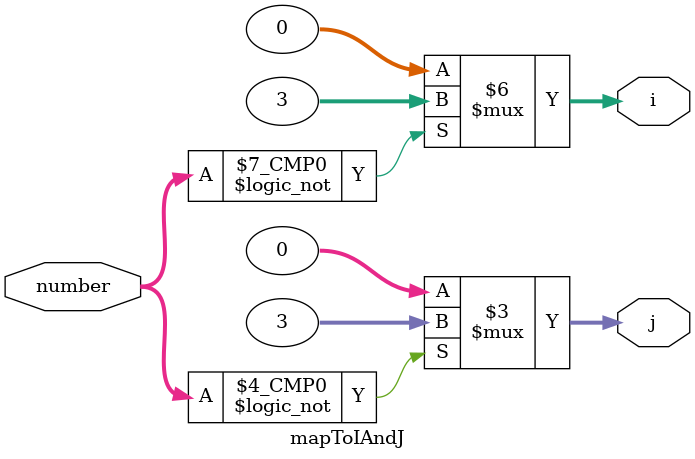
<source format=v>
module mapToIAndJ(input [31:0] number, output integer i, j);
	always @ (number) begin
        case (number)
            0 : begin i = 3; j = 3; end
            default: begin i = 0; j = 0; end
        endcase
    end
endmodule

</source>
